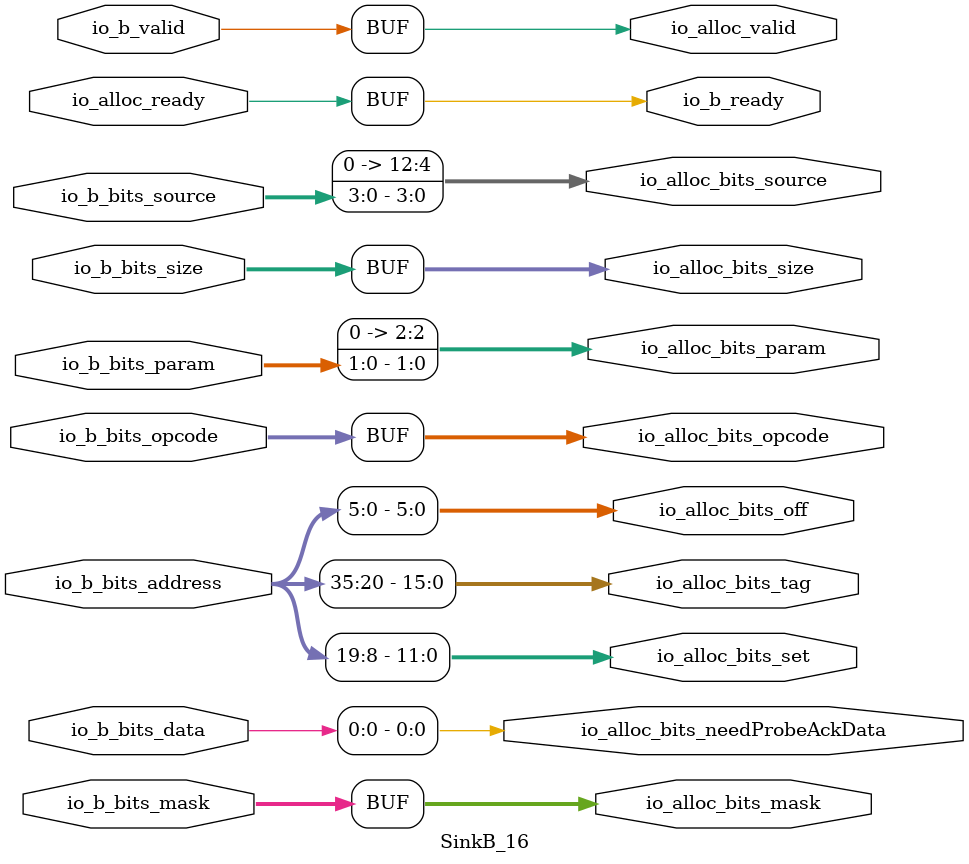
<source format=sv>
`ifndef RANDOMIZE
  `ifdef RANDOMIZE_MEM_INIT
    `define RANDOMIZE
  `endif // RANDOMIZE_MEM_INIT
`endif // not def RANDOMIZE
`ifndef RANDOMIZE
  `ifdef RANDOMIZE_REG_INIT
    `define RANDOMIZE
  `endif // RANDOMIZE_REG_INIT
`endif // not def RANDOMIZE

`ifndef RANDOM
  `define RANDOM $random
`endif // not def RANDOM

// Users can define INIT_RANDOM as general code that gets injected into the
// initializer block for modules with registers.
`ifndef INIT_RANDOM
  `define INIT_RANDOM
`endif // not def INIT_RANDOM

// If using random initialization, you can also define RANDOMIZE_DELAY to
// customize the delay used, otherwise 0.002 is used.
`ifndef RANDOMIZE_DELAY
  `define RANDOMIZE_DELAY 0.002
`endif // not def RANDOMIZE_DELAY

// Define INIT_RANDOM_PROLOG_ for use in our modules below.
`ifndef INIT_RANDOM_PROLOG_
  `ifdef RANDOMIZE
    `ifdef VERILATOR
      `define INIT_RANDOM_PROLOG_ `INIT_RANDOM
    `else  // VERILATOR
      `define INIT_RANDOM_PROLOG_ `INIT_RANDOM #`RANDOMIZE_DELAY begin end
    `endif // VERILATOR
  `else  // RANDOMIZE
    `define INIT_RANDOM_PROLOG_
  `endif // RANDOMIZE
`endif // not def INIT_RANDOM_PROLOG_

// Include register initializers in init blocks unless synthesis is set
`ifndef SYNTHESIS
  `ifndef ENABLE_INITIAL_REG_
    `define ENABLE_INITIAL_REG_
  `endif // not def ENABLE_INITIAL_REG_
`endif // not def SYNTHESIS

// Include rmemory initializers in init blocks unless synthesis is set
`ifndef SYNTHESIS
  `ifndef ENABLE_INITIAL_MEM_
    `define ENABLE_INITIAL_MEM_
  `endif // not def ENABLE_INITIAL_MEM_
`endif // not def SYNTHESIS

module SinkB_16(
  output         io_b_ready,
  input          io_b_valid,
  input  [2:0]   io_b_bits_opcode,
  input  [1:0]   io_b_bits_param,
  input  [2:0]   io_b_bits_size,
  input  [3:0]   io_b_bits_source,
  input  [35:0]  io_b_bits_address,
  input  [31:0]  io_b_bits_mask,
  input  [255:0] io_b_bits_data,
  input          io_alloc_ready,
  output         io_alloc_valid,
  output [2:0]   io_alloc_bits_opcode,
  output [2:0]   io_alloc_bits_param,
  output [2:0]   io_alloc_bits_size,
  output [12:0]  io_alloc_bits_source,
  output [11:0]  io_alloc_bits_set,
  output [15:0]  io_alloc_bits_tag,
  output [5:0]   io_alloc_bits_off,
  output [31:0]  io_alloc_bits_mask,
  output         io_alloc_bits_needProbeAckData
);

  assign io_b_ready = io_alloc_ready;
  assign io_alloc_valid = io_b_valid;
  assign io_alloc_bits_opcode = io_b_bits_opcode;
  assign io_alloc_bits_param = {1'h0, io_b_bits_param};
  assign io_alloc_bits_size = io_b_bits_size;
  assign io_alloc_bits_source = {9'h0, io_b_bits_source};
  assign io_alloc_bits_set = io_b_bits_address[19:8];
  assign io_alloc_bits_tag = io_b_bits_address[35:20];
  assign io_alloc_bits_off = io_b_bits_address[5:0];
  assign io_alloc_bits_mask = io_b_bits_mask;
  assign io_alloc_bits_needProbeAckData = io_b_bits_data[0];
endmodule


</source>
